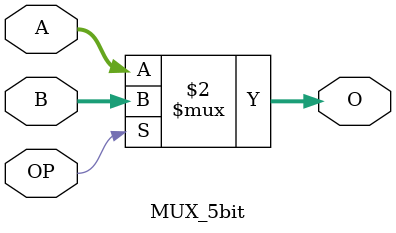
<source format=v>
module MUX_5bit(OP,A,B,O);
parameter WIDTH = 5;
input [WIDTH-1:0] A,B;
input OP;
output [WIDTH-1:0] O;

assign O=(OP==0)?A:B;

endmodule

</source>
